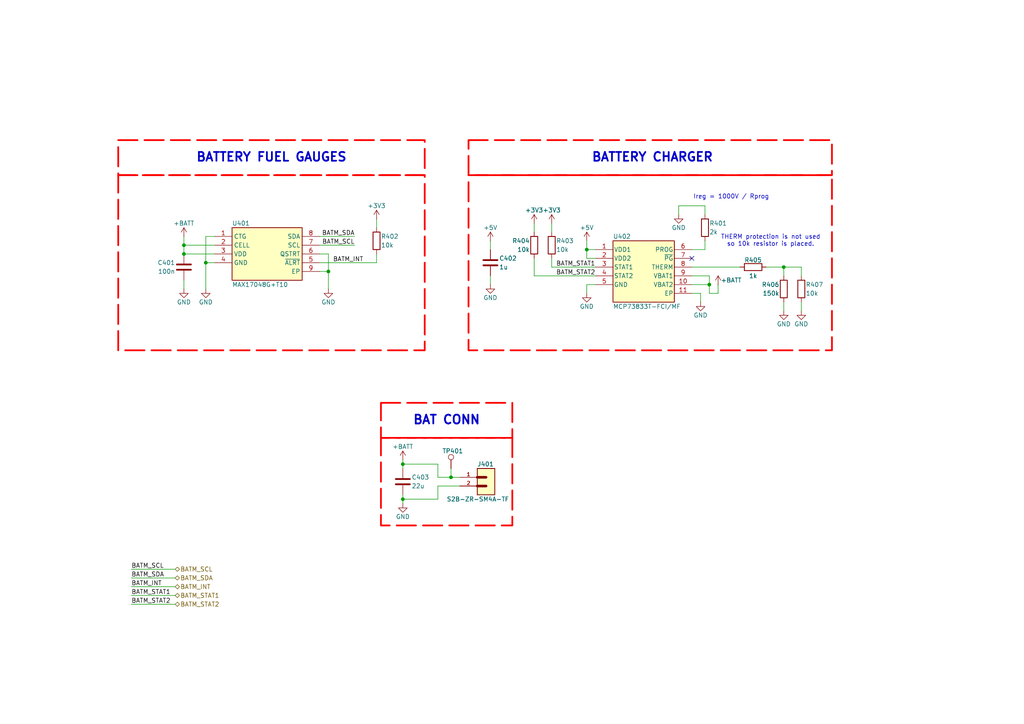
<source format=kicad_sch>
(kicad_sch (version 20231120) (generator "eeschema") (generator_version "8.0")
  (paper "A4")
  (title_block (title "Battery") (date "2024-04-09") (company "MQuero"))
  (lib_symbols
    (symbol "Connector:TestPoint" (pin_numbers hide) (pin_names (offset 0.762) hide)
      (property "Reference" "TP" (at 0 6.858 0))
      (property "Value" "TestPoint" (at 0 5.08 0))
      (symbol "TestPoint_0_1"
        (circle (center 0 3.302) (radius 0.762))
      )
      (symbol "TestPoint_1_1"
        (pin passive line (at 0 0 90) (length 2.54) (name "1") (number "1"))
      )
    )
    (symbol "Device:C" (pin_numbers hide) (pin_names (offset 0.254))
      (property "Reference" "C" (at 0.635 2.54 0))
      (property "Value" "C" (at 0.635 -2.54 0))
      (symbol "C_0_1"
        (polyline (pts (xy -2.032 -0.762) (xy 2.032 -0.762)) (stroke (width 0.508)))
        (polyline (pts (xy -2.032 0.762) (xy 2.032 0.762)) (stroke (width 0.508)))
      )
      (symbol "C_1_1"
        (pin passive line (at 0 3.81 270) (length 2.794) (name "~") (number "1"))
        (pin passive line (at 0 -3.81 90) (length 2.794) (name "~") (number "2"))
      )
    )
    (symbol "Device:R" (pin_numbers hide) (pin_names (offset 0))
      (property "Reference" "R" (at 2.032 0 90))
      (property "Value" "R" (at 0 0 90))
      (symbol "R_0_1"
        (rectangle (start -1.016 -2.54) (end 1.016 2.54) (stroke (width 0.254)))
      )
      (symbol "R_1_1"
        (pin passive line (at 0 3.81 270) (length 1.27) (name "~") (number "1"))
        (pin passive line (at 0 -3.81 90) (length 1.27) (name "~") (number "2"))
      )
    )
    (symbol "TFG:MAX17048G+T10"
      (property "Reference" "U" (at 0 1.27 0))
      (property "Value" "MAX17048G+T10" (at 0 -16.51 0))
      (symbol "MAX17048G+T10_1_1"
        (rectangle (start 0 0) (end 20.32 -15.24) (stroke (width 0.254)) (fill (type background)))
        (pin unspecified line (at -5.08 -2.54 0) (length 5.08) (name "CTG") (number "1"))
        (pin unspecified line (at -5.08 -5.08 0) (length 5.08) (name "CELL") (number "2"))
        (pin unspecified line (at -5.08 -7.62 0) (length 5.08) (name "VDD") (number "3"))
        (pin unspecified line (at -5.08 -10.16 0) (length 5.08) (name "GND") (number "4"))
        (pin unspecified line (at 25.4 -10.16 180) (length 5.08) (name "~{ALRT}") (number "5"))
        (pin unspecified line (at 25.4 -7.62 180) (length 5.08) (name "QSTRT") (number "6"))
        (pin unspecified line (at 25.4 -5.08 180) (length 5.08) (name "SCL") (number "7"))
        (pin unspecified line (at 25.4 -2.54 180) (length 5.08) (name "SDA") (number "8"))
        (pin unspecified line (at 25.4 -12.7 180) (length 5.08) (name "EP") (number "9"))
      )
    )
    (symbol "TFG:MCP73833T-FCI_MF" (pin_names (offset 0.254))
      (property "Reference" "U" (at 0 1.27 0))
      (property "Value" "MCP73833T-FCI/MF" (at 0 -19.05 0))
      (symbol "MCP73833T-FCI_MF_1_1"
        (rectangle (start 0 0) (end 17.78 -17.78) (stroke (width 0.254)) (fill (type background)))
        (pin unspecified line (at -5.08 -2.54 0) (length 5.08) (name "VDD1") (number "1"))
        (pin unspecified line (at 22.86 -12.7 180) (length 5.08) (name "VBAT2") (number "10"))
        (pin unspecified line (at 22.86 -15.24 180) (length 5.08) (name "EP") (number "11"))
        (pin unspecified line (at -5.08 -5.08 0) (length 5.08) (name "VDD2") (number "2"))
        (pin unspecified line (at -5.08 -7.62 0) (length 5.08) (name "STAT1") (number "3"))
        (pin unspecified line (at -5.08 -10.16 0) (length 5.08) (name "STAT2") (number "4"))
        (pin unspecified line (at -5.08 -12.7 0) (length 5.08) (name "GND") (number "5"))
        (pin unspecified line (at 22.86 -2.54 180) (length 5.08) (name "PROG") (number "6"))
        (pin unspecified line (at 22.86 -5.08 180) (length 5.08) (name "~{PG}") (number "7"))
        (pin unspecified line (at 22.86 -7.62 180) (length 5.08) (name "THERM") (number "8"))
        (pin unspecified line (at 22.86 -10.16 180) (length 5.08) (name "VBAT1") (number "9"))
      )
    )
    (symbol "TFG:S2B-ZR-SM4A-TF" (pin_names (offset 1.016))
      (property "Reference" "J" (at 0 1.27 0))
      (property "Value" "S2B-ZR-SM4A-TF" (at 0 -8.89 0))
      (symbol "S2B-ZR-SM4A-TF_0_0"
        (polyline (pts (xy 0 -5.08) (xy 2.54 -5.08)) (stroke (width 0.762)))
        (polyline (pts (xy 0 -2.54) (xy 2.54 -2.54)) (stroke (width 0.762)))
        (rectangle (start 0 0) (end 5.08 -7.62) (stroke (width 0.254)) (fill (type background)))
      )
      (symbol "S2B-ZR-SM4A-TF_1_0"
        (pin unspecified line (at -5.08 -2.54 0) (length 5.08) (name "~") (number "1"))
        (pin unspecified line (at -5.08 -5.08 0) (length 5.08) (name "~") (number "2"))
      )
    )
    (symbol "power:+3V3" (power) (pin_numbers hide) (pin_names (offset 0) hide)
      (property "Value" "+3V3" (at 0 3.556 0))
      (symbol "+3V3_0_1"
        (polyline (pts (xy -0.762 1.27) (xy 0 2.54)))
        (polyline (pts (xy 0 0) (xy 0 2.54)))
        (polyline (pts (xy 0 2.54) (xy 0.762 1.27)))
      )
      (symbol "+3V3_1_1"
        (pin power_in line (at 0 0 90) (length 0) (name "~") (number "1"))
      )
    )
    (symbol "power:+5V" (power) (pin_numbers hide) (pin_names (offset 0) hide)
      (property "Value" "+5V" (at 0 3.556 0))
      (symbol "+5V_0_1"
        (polyline (pts (xy -0.762 1.27) (xy 0 2.54)))
        (polyline (pts (xy 0 0) (xy 0 2.54)))
        (polyline (pts (xy 0 2.54) (xy 0.762 1.27)))
      )
      (symbol "+5V_1_1"
        (pin power_in line (at 0 0 90) (length 0) (name "~") (number "1"))
      )
    )
    (symbol "power:+BATT" (power) (pin_numbers hide) (pin_names (offset 0) hide)
      (property "Value" "+BATT" (at 0 3.556 0))
      (symbol "+BATT_0_1"
        (polyline (pts (xy -0.762 1.27) (xy 0 2.54)))
        (polyline (pts (xy 0 0) (xy 0 2.54)))
        (polyline (pts (xy 0 2.54) (xy 0.762 1.27)))
      )
      (symbol "+BATT_1_1"
        (pin power_in line (at 0 0 90) (length 0) (name "~") (number "1"))
      )
    )
    (symbol "power:GND" (power) (pin_numbers hide) (pin_names (offset 0) hide)
      (property "Value" "GND" (at 0 -3.81 0))
      (symbol "GND_0_1"
        (polyline (pts (xy 0 0) (xy 0 -1.27) (xy 1.27 -1.27) (xy 0 -2.54) (xy -1.27 -1.27) (xy 0 -1.27)))
      )
      (symbol "GND_1_1"
        (pin power_in line (at 0 0 270) (length 0) (name "~") (number "1"))
      )
    )
  )
  (junction (at 95.25 78.74))
  (junction (at 53.34 73.66))
  (junction (at 130.81 138.43))
  (junction (at 59.69 76.2))
  (junction (at 116.84 144.78))
  (junction (at 205.74 82.55))
  (junction (at 170.18 72.39))
  (junction (at 53.34 71.12))
  (junction (at 227.33 77.47))
  (junction (at 116.84 134.62))
  (no_connect (at 200.66 74.93))
  (wire (pts (xy 160.02 77.47) (xy 160.02 74.93)))
  (wire (pts (xy 142.24 69.85) (xy 142.24 72.39)))
  (wire (pts (xy 38.1 175.26) (xy 50.8 175.26)))
  (wire (pts (xy 227.33 77.47) (xy 222.25 77.47)))
  (wire (pts (xy 92.71 71.12) (xy 102.87 71.12)))
  (wire (pts (xy 227.33 77.47) (xy 232.41 77.47)))
  (wire (pts (xy 92.71 78.74) (xy 95.25 78.74)))
  (wire (pts (xy 160.02 77.47) (xy 172.72 77.47)))
  (wire (pts (xy 116.84 134.62) (xy 127 134.62)))
  (wire (pts (xy 59.69 68.58) (xy 59.69 76.2)))
  (wire (pts (xy 92.71 73.66) (xy 95.25 73.66)))
  (wire (pts (xy 172.72 82.55) (xy 170.18 82.55)))
  (wire (pts (xy 200.66 77.47) (xy 214.63 77.47)))
  (wire (pts (xy 116.84 144.78) (xy 116.84 146.05)))
  (wire (pts (xy 205.74 80.01) (xy 205.74 82.55)))
  (wire (pts (xy 130.81 138.43) (xy 127 138.43)))
  (wire (pts (xy 154.94 74.93) (xy 154.94 80.01)))
  (wire (pts (xy 203.2 85.09) (xy 203.2 87.63)))
  (wire (pts (xy 170.18 72.39) (xy 172.72 72.39)))
  (wire (pts (xy 208.28 85.09) (xy 205.74 85.09)))
  (wire (pts (xy 204.47 72.39) (xy 204.47 69.85)))
  (wire (pts (xy 116.84 144.78) (xy 127 144.78)))
  (wire (pts (xy 200.66 82.55) (xy 205.74 82.55)))
  (wire (pts (xy 50.8 167.64) (xy 38.1 167.64)))
  (wire (pts (xy 95.25 78.74) (xy 95.25 83.82)))
  (wire (pts (xy 130.81 138.43) (xy 130.81 135.89)))
  (wire (pts (xy 196.85 59.69) (xy 196.85 62.23)))
  (wire (pts (xy 133.35 138.43) (xy 130.81 138.43)))
  (wire (pts (xy 133.35 140.97) (xy 127 140.97)))
  (wire (pts (xy 227.33 80.01) (xy 227.33 77.47)))
  (wire (pts (xy 232.41 87.63) (xy 232.41 90.17)))
  (wire (pts (xy 172.72 74.93) (xy 170.18 74.93)))
  (wire (pts (xy 116.84 134.62) (xy 116.84 135.89)))
  (wire (pts (xy 200.66 72.39) (xy 204.47 72.39)))
  (wire (pts (xy 95.25 73.66) (xy 95.25 78.74)))
  (wire (pts (xy 59.69 76.2) (xy 59.69 83.82)))
  (wire (pts (xy 200.66 80.01) (xy 205.74 80.01)))
  (wire (pts (xy 38.1 170.18) (xy 50.8 170.18)))
  (wire (pts (xy 227.33 87.63) (xy 227.33 90.17)))
  (wire (pts (xy 200.66 85.09) (xy 203.2 85.09)))
  (wire (pts (xy 204.47 59.69) (xy 196.85 59.69)))
  (wire (pts (xy 109.22 76.2) (xy 109.22 73.66)))
  (wire (pts (xy 53.34 71.12) (xy 62.23 71.12)))
  (wire (pts (xy 53.34 68.58) (xy 53.34 71.12)))
  (wire (pts (xy 109.22 63.5) (xy 109.22 66.04)))
  (wire (pts (xy 232.41 77.47) (xy 232.41 80.01)))
  (wire (pts (xy 170.18 82.55) (xy 170.18 85.09)))
  (wire (pts (xy 170.18 74.93) (xy 170.18 72.39)))
  (wire (pts (xy 53.34 73.66) (xy 53.34 71.12)))
  (wire (pts (xy 92.71 76.2) (xy 109.22 76.2)))
  (wire (pts (xy 116.84 143.51) (xy 116.84 144.78)))
  (wire (pts (xy 170.18 72.39) (xy 170.18 69.85)))
  (wire (pts (xy 62.23 68.58) (xy 59.69 68.58)))
  (wire (pts (xy 127 138.43) (xy 127 134.62)))
  (wire (pts (xy 59.69 76.2) (xy 62.23 76.2)))
  (wire (pts (xy 204.47 62.23) (xy 204.47 59.69)))
  (wire (pts (xy 160.02 64.77) (xy 160.02 67.31)))
  (wire (pts (xy 154.94 80.01) (xy 172.72 80.01)))
  (wire (pts (xy 62.23 73.66) (xy 53.34 73.66)))
  (wire (pts (xy 205.74 85.09) (xy 205.74 82.55)))
  (wire (pts (xy 142.24 80.01) (xy 142.24 82.55)))
  (wire (pts (xy 127 140.97) (xy 127 144.78)))
  (wire (pts (xy 38.1 172.72) (xy 50.8 172.72)))
  (wire (pts (xy 92.71 68.58) (xy 102.87 68.58)))
  (wire (pts (xy 50.8 165.1) (xy 38.1 165.1)))
  (wire (pts (xy 53.34 81.28) (xy 53.34 83.82)))
  (wire (pts (xy 154.94 64.77) (xy 154.94 67.31)))
  (wire (pts (xy 116.84 133.35) (xy 116.84 134.62)))
  (wire (pts (xy 208.28 82.55) (xy 208.28 85.09)))
  (rectangle (start 34.29 40.64) (end 123.19 50.8) (stroke (width 0.508) (type dash) (color 255 0 0 1)))
  (rectangle (start 110.49 127) (end 148.59 152.4) (stroke (width 0.508) (type dash) (color 255 0 0 1)))
  (rectangle (start 34.29 50.8) (end 123.19 101.6) (stroke (width 0.508) (type dash) (color 255 0 0 1)))
  (rectangle (start 135.89 50.8) (end 241.3 101.6) (stroke (width 0.508) (type dash) (color 255 0 0 1)))
  (rectangle (start 110.49 116.84) (end 148.59 127) (stroke (width 0.508) (type dash) (color 255 0 0 1)))
  (rectangle (start 135.89 40.64) (end 241.3 50.8) (stroke (width 0.508) (type dash) (color 255 0 0 1)))
  (text "BAT CONN" (at 129.54 121.92 0) (effects (font (size 2.54 2.54) (thickness 0.508) (bold yes))))
  (text "Ireg = 1000V / Rprog" (at 212.09 57.15 0) (effects (font (size 1.27 1.27))))
  (text "BATTERY FUEL GAUGES" (at 78.74 45.72 0) (effects (font (size 2.54 2.54) (thickness 0.508) (bold yes))))
  (text "THERM protection is not used\nso 10k resistor is placed." (at 223.52 69.85 0) (effects (font (size 1.27 1.27))))
  (text "BATTERY CHARGER" (at 189.23 45.72 0) (effects (font (size 2.54 2.54) (thickness 0.508) (bold yes))))
  (label "BATM_SCL" (at 102.87 71.12 180))
  (label "BATM_STAT1" (at 161.29 77.47 0))
  (label "BATM_INT" (at 105.41 76.2 180))
  (label "BATM_STAT2" (at 38.1 175.26 0))
  (label "BATM_STAT2" (at 161.29 80.01 0))
  (label "BATM_STAT1" (at 38.1 172.72 0))
  (label "BATM_SCL" (at 38.1 165.1 0))
  (label "BATM_INT" (at 38.1 170.18 0))
  (label "BATM_SDA" (at 102.87 68.58 180))
  (label "BATM_SDA" (at 38.1 167.64 0))
  (hierarchical_label "BATM_INT" (shape bidirectional) (at 50.8 170.18 0))
  (hierarchical_label "BATM_SCL" (shape bidirectional) (at 50.8 165.1 0))
  (hierarchical_label "BATM_STAT1" (shape bidirectional) (at 50.8 172.72 0))
  (hierarchical_label "BATM_STAT2" (shape bidirectional) (at 50.8 175.26 0))
  (hierarchical_label "BATM_SDA" (shape bidirectional) (at 50.8 167.64 0))
  (symbol (lib_id "power:GND") (at 203.2 87.63 0) (mirror y) (unit 1)
    (property "Reference" "#PWR0414" (effects (hide yes)))
    (property "Value" "GND" (at 203.2 91.44 0))
    (property "Description" "Power symbol creates a global label with name \"GND\" , ground" (effects (hide yes)))
  )
  (symbol (lib_id "power:GND") (at 142.24 82.55 0) (unit 1)
    (property "Reference" "#PWR0412" (effects (hide yes)))
    (property "Value" "GND" (at 142.24 86.36 0))
    (property "Description" "Power symbol creates a global label with name \"GND\" , ground" (effects (hide yes)))
  )
  (symbol (lib_id "power:GND") (at 232.41 90.17 0) (unit 1)
    (property "Reference" "#PWR0416" (effects (hide yes)))
    (property "Value" "GND" (at 232.41 93.98 0))
    (property "Description" "Power symbol creates a global label with name \"GND\" , ground" (effects (hide yes)))
  )
  (symbol (lib_id "Device:R") (at 232.41 83.82 0) (mirror y) (unit 1)
    (property "Reference" "R407" (at 233.68 82.55 0) (effects (justify right)))
    (property "Value" "10k" (at 233.68 85.09 0) (effects (justify right)))
    (property "Footprint" "Resistor_SMD:R_0402_1005Metric" (effects (hide yes)))
    (property "Description" "Resistor" (effects (hide yes)))
  )
  (symbol (lib_id "power:+5V") (at 142.24 69.85 0) (unit 1)
    (property "Reference" "#PWR0407" (effects (hide yes)))
    (property "Value" "+5V" (at 142.24 66.04 0))
    (property "Description" "Power symbol creates a global label with name \"+5V\"" (effects (hide yes)))
  )
  (symbol (lib_id "TFG:MAX17048G+T10") (at 67.31 66.04 0) (unit 1)
    (property "Reference" "U401" (at 67.31 64.77 0) (effects (justify left)))
    (property "Value" "MAX17048G+T10" (at 67.31 82.55 0) (effects (justify left)))
    (property "Footprint" "TFG:MAX17048G+T10" (effects (hide yes)))
    (property "Datasheet" "https://www.analog.com/MAX17048/datasheet" (effects (hide yes)))
    (property "Description" "IC BATT MON LI-ION 1CELL 8TDFN" (effects (hide yes)))
    (property "MQ PN" "TFGIC013" (effects (hide yes)))
  )
  (symbol (lib_id "TFG:MCP73833T-FCI_MF") (at 177.8 69.85 0) (unit 1)
    (property "Reference" "U402" (at 177.8 68.58 0) (effects (justify left)))
    (property "Value" "MCP73833T-FCI/MF" (at 177.8 88.9 0) (effects (justify left)))
    (property "Footprint" "TFG:MCP73833T" (effects (hide yes)))
    (property "Datasheet" "https://ww1.microchip.com/downloads/en/DeviceDoc/22005b.pdf" (effects (hide yes)))
    (property "Description" "IC BATT CONTRL LI-ION 1CEL 10DFN" (effects (hide yes)))
    (property "MQ PN" "TFGIC001" (effects (hide yes)))
  )
  (symbol (lib_id "power:GND") (at 53.34 83.82 0) (unit 1)
    (property "Reference" "#PWR0408" (effects (hide yes)))
    (property "Value" "GND" (at 53.34 87.63 0))
    (property "Description" "Power symbol creates a global label with name \"GND\" , ground" (effects (hide yes)))
  )
  (symbol (lib_id "power:GND") (at 59.69 83.82 0) (unit 1)
    (property "Reference" "#PWR0409" (effects (hide yes)))
    (property "Value" "GND" (at 59.69 87.63 0))
    (property "Description" "Power symbol creates a global label with name \"GND\" , ground" (effects (hide yes)))
  )
  (symbol (lib_id "power:GND") (at 170.18 85.09 0) (unit 1)
    (property "Reference" "#PWR0413" (effects (hide yes)))
    (property "Value" "GND" (at 170.18 88.9 0))
    (property "Description" "Power symbol creates a global label with name \"GND\" , ground" (effects (hide yes)))
  )
  (symbol (lib_id "Device:R") (at 154.94 71.12 0) (mirror y) (unit 1)
    (property "Reference" "R404" (at 153.67 69.85 0) (effects (justify left)))
    (property "Value" "10k" (at 153.67 72.39 0) (effects (justify left)))
    (property "Footprint" "Resistor_SMD:R_0402_1005Metric" (effects (hide yes)))
    (property "Description" "Resistor" (effects (hide yes)))
  )
  (symbol (lib_id "TFG:S2B-ZR-SM4A-TF") (at 138.43 135.89 0) (unit 1)
    (property "Reference" "J401" (at 138.43 134.62 0) (effects (justify left)))
    (property "Value" "S2B-ZR-SM4A-TF" (at 129.54 144.78 0) (effects (justify left)))
    (property "Footprint" "TFG:S2B-ZR-SM4A-TF" (effects (hide yes)))
    (property "Datasheet" "https://www.jst-mfg.com/product/pdf/eng/eZH.pdf" (effects (hide yes)))
    (property "Description" "CONN HEADER SMD R/A 2POS 1.5MM" (effects (hide yes)))
    (property "MQ PN" "TFGJ009" (effects (hide yes)))
  )
  (symbol (lib_id "Connector:TestPoint") (at 130.81 135.89 0) (mirror y) (unit 1)
    (property "Reference" "TP401" (at 128.27 130.81 0) (effects (justify right)))
    (property "Value" "TestPoint" (effects (hide yes)))
    (property "Footprint" "TestPoint:TestPoint_Pad_D1.0mm" (effects (hide yes)))
    (property "Description" "test point" (effects (hide yes)))
  )
  (symbol (lib_id "power:+5V") (at 170.18 69.85 0) (unit 1)
    (property "Reference" "#PWR0406" (effects (hide yes)))
    (property "Value" "+5V" (at 170.18 66.04 0))
    (property "Description" "Power symbol creates a global label with name \"+5V\"" (effects (hide yes)))
  )
  (symbol (lib_id "power:+3V3") (at 160.02 64.77 0) (unit 1)
    (property "Reference" "#PWR0403" (effects (hide yes)))
    (property "Value" "+3V3" (at 160.02 60.96 0))
    (property "Description" "Power symbol creates a global label with name \"+3V3\"" (effects (hide yes)))
  )
  (symbol (lib_id "power:GND") (at 196.85 62.23 0) (unit 1)
    (property "Reference" "#PWR0402" (effects (hide yes)))
    (property "Value" "GND" (at 196.85 66.04 0))
    (property "Description" "Power symbol creates a global label with name \"GND\" , ground" (effects (hide yes)))
  )
  (symbol (lib_id "power:GND") (at 227.33 90.17 0) (unit 1)
    (property "Reference" "#PWR0415" (effects (hide yes)))
    (property "Value" "GND" (at 227.33 93.98 0))
    (property "Description" "Power symbol creates a global label with name \"GND\" , ground" (effects (hide yes)))
  )
  (symbol (lib_id "Device:R") (at 204.47 66.04 0) (unit 1)
    (property "Reference" "R401" (at 205.74 64.77 0) (effects (justify left)))
    (property "Value" "2k" (at 205.74 67.31 0) (effects (justify left)))
    (property "Footprint" "Resistor_SMD:R_0402_1005Metric" (effects (hide yes)))
    (property "Description" "Resistor" (effects (hide yes)))
  )
  (symbol (lib_id "Device:R") (at 109.22 69.85 0) (unit 1)
    (property "Reference" "R402" (at 110.49 68.58 0) (effects (justify left)))
    (property "Value" "10k" (at 110.49 71.12 0) (effects (justify left)))
    (property "Footprint" "Resistor_SMD:R_0402_1005Metric" (effects (hide yes)))
    (property "Description" "Resistor" (effects (hide yes)))
  )
  (symbol (lib_id "power:+BATT") (at 208.28 82.55 0) (unit 1)
    (property "Reference" "#PWR0411" (effects (hide yes)))
    (property "Value" "+BATT" (at 212.09 81.28 0))
    (property "Description" "Power symbol creates a global label with name \"+BATT\"" (effects (hide yes)))
  )
  (symbol (lib_id "power:GND") (at 95.25 83.82 0) (unit 1)
    (property "Reference" "#PWR0410" (effects (hide yes)))
    (property "Value" "GND" (at 95.25 87.63 0))
    (property "Description" "Power symbol creates a global label with name \"GND\" , ground" (effects (hide yes)))
  )
  (symbol (lib_id "power:+3V3") (at 109.22 63.5 0) (unit 1)
    (property "Reference" "#PWR0401" (effects (hide yes)))
    (property "Value" "+3V3" (at 109.22 59.69 0))
    (property "Description" "Power symbol creates a global label with name \"+3V3\"" (effects (hide yes)))
  )
  (symbol (lib_id "Device:C") (at 53.34 77.47 0) (unit 1)
    (property "Reference" "C401" (at 50.8 76.2 0) (effects (justify right)))
    (property "Value" "100n" (at 50.8 78.74 0) (effects (justify right)))
    (property "Footprint" "Capacitor_SMD:C_0402_1005Metric" (effects (hide yes)))
    (property "Description" "Unpolarized capacitor" (effects (hide yes)))
  )
  (symbol (lib_id "power:+BATT") (at 53.34 68.58 0) (unit 1)
    (property "Reference" "#PWR0405" (effects (hide yes)))
    (property "Value" "+BATT" (at 53.34 64.77 0))
    (property "Description" "Power symbol creates a global label with name \"+BATT\"" (effects (hide yes)))
  )
  (symbol (lib_id "Device:R") (at 160.02 71.12 0) (unit 1)
    (property "Reference" "R403" (at 161.29 69.85 0) (effects (justify left)))
    (property "Value" "10k" (at 161.29 72.39 0) (effects (justify left)))
    (property "Footprint" "Resistor_SMD:R_0402_1005Metric" (effects (hide yes)))
    (property "Description" "Resistor" (effects (hide yes)))
  )
  (symbol (lib_id "Device:R") (at 218.44 77.47 90) (unit 1)
    (property "Reference" "R405" (at 218.44 75.438 90))
    (property "Value" "1k" (at 218.44 80.01 90))
    (property "Footprint" "Resistor_SMD:R_0402_1005Metric" (effects (hide yes)))
    (property "Description" "Resistor" (effects (hide yes)))
  )
  (symbol (lib_id "Device:R") (at 227.33 83.82 0) (unit 1)
    (property "Reference" "R406" (at 226.06 82.55 0) (effects (justify right)))
    (property "Value" "150k" (at 226.06 85.09 0) (effects (justify right)))
    (property "Footprint" "Resistor_SMD:R_0402_1005Metric" (effects (hide yes)))
    (property "Description" "Resistor" (effects (hide yes)))
  )
  (symbol (lib_id "power:+3V3") (at 154.94 64.77 0) (mirror y) (unit 1)
    (property "Reference" "#PWR0404" (effects (hide yes)))
    (property "Value" "+3V3" (at 154.94 60.96 0))
    (property "Description" "Power symbol creates a global label with name \"+3V3\"" (effects (hide yes)))
  )
  (symbol (lib_id "Device:C") (at 142.24 76.2 0) (unit 1)
    (property "Reference" "C402" (at 144.78 74.93 0) (effects (justify left)))
    (property "Value" "1u" (at 144.78 77.47 0) (effects (justify left)))
    (property "Footprint" "Capacitor_SMD:C_0402_1005Metric" (effects (hide yes)))
    (property "Description" "Unpolarized capacitor" (effects (hide yes)))
  )
  (symbol (lib_id "power:+BATT") (at 116.84 133.35 0) (unit 1)
    (property "Reference" "#PWR0417" (effects (hide yes)))
    (property "Value" "+BATT" (at 116.84 129.54 0))
    (property "Description" "Power symbol creates a global label with name \"+BATT\"" (effects (hide yes)))
  )
  (symbol (lib_id "Device:C") (at 116.84 139.7 0) (unit 1)
    (property "Reference" "C403" (at 119.38 138.43 0) (effects (justify left)))
    (property "Value" "22u" (at 119.38 140.97 0) (effects (justify left)))
    (property "Footprint" "Capacitor_SMD:C_0603_1608Metric" (effects (hide yes)))
    (property "Description" "Unpolarized capacitor" (effects (hide yes)))
  )
  (symbol (lib_id "power:GND") (at 116.84 146.05 0) (mirror y) (unit 1)
    (property "Reference" "#PWR0418" (effects (hide yes)))
    (property "Value" "GND" (at 116.84 149.86 0))
    (property "Description" "Power symbol creates a global label with name \"GND\" , ground" (effects (hide yes)))
  )
)
</source>
